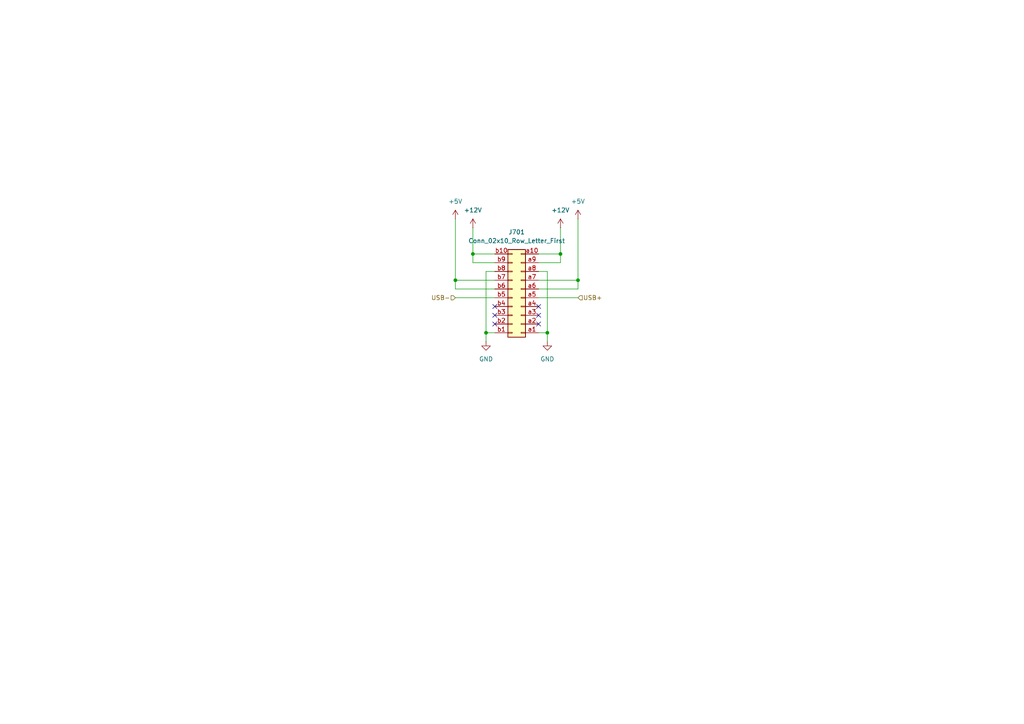
<source format=kicad_sch>
(kicad_sch (version 20250114) (generator "eeschema") (generator_version "9.0")
  (paper "A4")
  (title_block (rev "<<HASH>>") (company "Amateurfunkclub für Remote Stationen"))
  (lib_symbols
    (symbol "Connector_Generic:Conn_02x10_Row_Letter_First" (pin_names (offset 1.016) (hide yes))
      (property "Reference" "J" (at 1.27 12.7 0))
      (property "Value" "Conn_02x10_Row_Letter_First" (at 1.27 -15.24 0))
      (symbol "Conn_02x10_Row_Letter_First_1_1"
        (rectangle (start -1.27 11.43) (end 3.81 -13.97) (stroke (width 0.254)) (fill (type background)))
        (rectangle (start -1.27 10.287) (end 0 10.033) (stroke (width 0.1524)))
        (rectangle (start -1.27 7.747) (end 0 7.493) (stroke (width 0.1524)))
        (rectangle (start -1.27 5.207) (end 0 4.953) (stroke (width 0.1524)))
        (rectangle (start -1.27 2.667) (end 0 2.413) (stroke (width 0.1524)))
        (rectangle (start -1.27 0.127) (end 0 -0.127) (stroke (width 0.1524)))
        (rectangle (start -1.27 -2.413) (end 0 -2.667) (stroke (width 0.1524)))
        (rectangle (start -1.27 -4.953) (end 0 -5.207) (stroke (width 0.1524)))
        (rectangle (start -1.27 -7.493) (end 0 -7.747) (stroke (width 0.1524)))
        (rectangle (start -1.27 -10.033) (end 0 -10.287) (stroke (width 0.1524)))
        (rectangle (start -1.27 -12.573) (end 0 -12.827) (stroke (width 0.1524)))
        (rectangle (start 3.81 10.287) (end 2.54 10.033) (stroke (width 0.1524)))
        (rectangle (start 3.81 7.747) (end 2.54 7.493) (stroke (width 0.1524)))
        (rectangle (start 3.81 5.207) (end 2.54 4.953) (stroke (width 0.1524)))
        (rectangle (start 3.81 2.667) (end 2.54 2.413) (stroke (width 0.1524)))
        (rectangle (start 3.81 0.127) (end 2.54 -0.127) (stroke (width 0.1524)))
        (rectangle (start 3.81 -2.413) (end 2.54 -2.667) (stroke (width 0.1524)))
        (rectangle (start 3.81 -4.953) (end 2.54 -5.207) (stroke (width 0.1524)))
        (rectangle (start 3.81 -7.493) (end 2.54 -7.747) (stroke (width 0.1524)))
        (rectangle (start 3.81 -10.033) (end 2.54 -10.287) (stroke (width 0.1524)))
        (rectangle (start 3.81 -12.573) (end 2.54 -12.827) (stroke (width 0.1524)))
        (pin passive line (at -5.08 10.16 0) (length 3.81) (name "Pin_a1") (number "a1"))
        (pin passive line (at -5.08 7.62 0) (length 3.81) (name "Pin_a2") (number "a2"))
        (pin passive line (at -5.08 5.08 0) (length 3.81) (name "Pin_a3") (number "a3"))
        (pin passive line (at -5.08 2.54 0) (length 3.81) (name "Pin_a4") (number "a4"))
        (pin passive line (at -5.08 0 0) (length 3.81) (name "Pin_a5") (number "a5"))
        (pin passive line (at -5.08 -2.54 0) (length 3.81) (name "Pin_a6") (number "a6"))
        (pin passive line (at -5.08 -5.08 0) (length 3.81) (name "Pin_a7") (number "a7"))
        (pin passive line (at -5.08 -7.62 0) (length 3.81) (name "Pin_a8") (number "a8"))
        (pin passive line (at -5.08 -10.16 0) (length 3.81) (name "Pin_a9") (number "a9"))
        (pin passive line (at -5.08 -12.7 0) (length 3.81) (name "Pin_a10") (number "a10"))
        (pin passive line (at 7.62 10.16 180) (length 3.81) (name "Pin_b1") (number "b1"))
        (pin passive line (at 7.62 7.62 180) (length 3.81) (name "Pin_b2") (number "b2"))
        (pin passive line (at 7.62 5.08 180) (length 3.81) (name "Pin_b3") (number "b3"))
        (pin passive line (at 7.62 2.54 180) (length 3.81) (name "Pin_b4") (number "b4"))
        (pin passive line (at 7.62 0 180) (length 3.81) (name "Pin_b5") (number "b5"))
        (pin passive line (at 7.62 -2.54 180) (length 3.81) (name "Pin_b6") (number "b6"))
        (pin passive line (at 7.62 -5.08 180) (length 3.81) (name "Pin_b7") (number "b7"))
        (pin passive line (at 7.62 -7.62 180) (length 3.81) (name "Pin_b8") (number "b8"))
        (pin passive line (at 7.62 -10.16 180) (length 3.81) (name "Pin_b9") (number "b9"))
        (pin passive line (at 7.62 -12.7 180) (length 3.81) (name "Pin_b10") (number "b10"))
      )
    )
    (symbol "power:+12V" (power) (pin_numbers (hide yes)) (pin_names (offset 0) (hide yes))
      (property "Value" "+12V" (at 0 3.556 0))
      (symbol "+12V_0_1"
        (polyline (pts (xy -0.762 1.27) (xy 0 2.54)))
        (polyline (pts (xy 0 2.54) (xy 0.762 1.27)))
        (polyline (pts (xy 0 0) (xy 0 2.54)))
      )
      (symbol "+12V_1_1"
        (pin power_in line (at 0 0 90) (length 0) (name "~") (number "1"))
      )
    )
    (symbol "power:+5V" (power) (pin_numbers (hide yes)) (pin_names (offset 0) (hide yes))
      (property "Value" "+5V" (at 0 3.556 0))
      (symbol "+5V_0_1"
        (polyline (pts (xy -0.762 1.27) (xy 0 2.54)))
        (polyline (pts (xy 0 2.54) (xy 0.762 1.27)))
        (polyline (pts (xy 0 0) (xy 0 2.54)))
      )
      (symbol "+5V_1_1"
        (pin power_in line (at 0 0 90) (length 0) (name "~") (number "1"))
      )
    )
    (symbol "power:GND" (power) (pin_numbers (hide yes)) (pin_names (offset 0) (hide yes))
      (property "Value" "GND" (at 0 -3.81 0))
      (symbol "GND_0_1"
        (polyline (pts (xy 0 0) (xy 0 -1.27) (xy 1.27 -1.27) (xy 0 -2.54) (xy -1.27 -1.27) (xy 0 -1.27)))
      )
      (symbol "GND_1_1"
        (pin power_in line (at 0 0 270) (length 0) (name "~") (number "1"))
      )
    )
  )
  (junction (at 132.08 81.28))
  (junction (at 158.75 96.52))
  (junction (at 140.97 96.52))
  (junction (at 162.56 73.66))
  (junction (at 137.16 73.66))
  (junction (at 167.64 81.28))
  (no_connect (at 143.51 93.98))
  (no_connect (at 156.21 93.98))
  (no_connect (at 156.21 88.9))
  (no_connect (at 156.21 91.44))
  (no_connect (at 143.51 91.44))
  (no_connect (at 143.51 88.9))
  (wire (pts (xy 140.97 78.74) (xy 140.97 96.52)))
  (wire (pts (xy 132.08 83.82) (xy 132.08 81.28)))
  (wire (pts (xy 143.51 96.52) (xy 140.97 96.52)))
  (wire (pts (xy 156.21 86.36) (xy 167.64 86.36)))
  (wire (pts (xy 143.51 81.28) (xy 132.08 81.28)))
  (wire (pts (xy 143.51 73.66) (xy 137.16 73.66)))
  (wire (pts (xy 158.75 96.52) (xy 158.75 99.06)))
  (wire (pts (xy 143.51 83.82) (xy 132.08 83.82)))
  (wire (pts (xy 140.97 96.52) (xy 140.97 99.06)))
  (wire (pts (xy 167.64 83.82) (xy 167.64 81.28)))
  (wire (pts (xy 132.08 86.36) (xy 143.51 86.36)))
  (wire (pts (xy 162.56 76.2) (xy 162.56 73.66)))
  (wire (pts (xy 156.21 83.82) (xy 167.64 83.82)))
  (wire (pts (xy 167.64 81.28) (xy 167.64 63.5)))
  (wire (pts (xy 132.08 81.28) (xy 132.08 63.5)))
  (wire (pts (xy 156.21 73.66) (xy 162.56 73.66)))
  (wire (pts (xy 156.21 81.28) (xy 167.64 81.28)))
  (wire (pts (xy 156.21 76.2) (xy 162.56 76.2)))
  (wire (pts (xy 156.21 78.74) (xy 158.75 78.74)))
  (wire (pts (xy 143.51 78.74) (xy 140.97 78.74)))
  (wire (pts (xy 156.21 96.52) (xy 158.75 96.52)))
  (wire (pts (xy 162.56 73.66) (xy 162.56 66.04)))
  (wire (pts (xy 158.75 78.74) (xy 158.75 96.52)))
  (wire (pts (xy 137.16 76.2) (xy 137.16 73.66)))
  (wire (pts (xy 143.51 76.2) (xy 137.16 76.2)))
  (wire (pts (xy 137.16 73.66) (xy 137.16 66.04)))
  (hierarchical_label "USB+" (shape input) (at 167.64 86.36 0))
  (hierarchical_label "USB-" (shape input) (at 132.08 86.36 180))
  (symbol (lib_id "power:+12V") (at 162.56 66.04 0) (unit 1)
    (property "Reference" "#PWR0405" (effects (hide yes)))
    (property "Value" "+12V" (at 162.56 60.96 0))
    (property "Description" "Power symbol creates a global label with name \"+12V\"" (effects (hide yes)))
    (instances (project "bus" (path "" (reference "#PWR0705") (unit 1)) (path "" (reference "#PWR0605") (unit 1)) (path "" (reference "#PWR0505") (unit 1)) (path "" (reference "#PWR0405") (unit 1))))
  )
  (symbol (lib_id "power:GND") (at 140.97 99.06 0) (unit 1)
    (property "Reference" "#PWR0403" (effects (hide yes)))
    (property "Value" "GND" (at 140.97 104.14 0))
    (property "Description" "Power symbol creates a global label with name \"GND\" , ground" (effects (hide yes)))
    (instances (project "bus" (path "" (reference "#PWR0703") (unit 1)) (path "" (reference "#PWR0603") (unit 1)) (path "" (reference "#PWR0503") (unit 1)) (path "" (reference "#PWR0403") (unit 1))))
  )
  (symbol (lib_id "power:GND") (at 158.75 99.06 0) (unit 1)
    (property "Reference" "#PWR0404" (effects (hide yes)))
    (property "Value" "GND" (at 158.75 104.14 0))
    (property "Description" "Power symbol creates a global label with name \"GND\" , ground" (effects (hide yes)))
    (instances (project "bus" (path "" (reference "#PWR0704") (unit 1)) (path "" (reference "#PWR0604") (unit 1)) (path "" (reference "#PWR0504") (unit 1)) (path "" (reference "#PWR0404") (unit 1))))
  )
  (symbol (lib_id "power:+5V") (at 167.64 63.5 0) (unit 1)
    (property "Reference" "#PWR0406" (effects (hide yes)))
    (property "Value" "+5V" (at 167.64 58.42 0))
    (property "Description" "Power symbol creates a global label with name \"+5V\"" (effects (hide yes)))
    (instances (project "bus" (path "" (reference "#PWR0706") (unit 1)) (path "" (reference "#PWR0606") (unit 1)) (path "" (reference "#PWR0506") (unit 1)) (path "" (reference "#PWR0406") (unit 1))))
  )
  (symbol (lib_id "Connector_Generic:Conn_02x10_Row_Letter_First") (at 151.13 86.36 180) (unit 1)
    (property "Reference" "J401" (at 149.86 67.31 0))
    (property "Value" "Conn_02x10_Row_Letter_First" (at 149.86 69.85 0))
    (property "Footprint" "PRJ:PCN10-20P-2.54DSA" (effects (hide yes)))
    (property "Description" "Generic connector, double row, 02x10, row letter first pin numbering scheme (pin number consists of a letter for the row and a number for the pin index in this row. a1, ..., aN; b1, ..., bN), script generated (kicad-library-utils/schlib/autogen/connector/)" (effects (hide yes)))
    (instances (project "bus" (path "" (reference "J701") (unit 1)) (path "" (reference "J601") (unit 1)) (path "" (reference "J501") (unit 1)) (path "" (reference "J401") (unit 1))))
  )
  (symbol (lib_id "power:+12V") (at 137.16 66.04 0) (unit 1)
    (property "Reference" "#PWR0402" (effects (hide yes)))
    (property "Value" "+12V" (at 137.16 60.96 0))
    (property "Description" "Power symbol creates a global label with name \"+12V\"" (effects (hide yes)))
    (instances (project "bus" (path "" (reference "#PWR0702") (unit 1)) (path "" (reference "#PWR0602") (unit 1)) (path "" (reference "#PWR0502") (unit 1)) (path "" (reference "#PWR0402") (unit 1))))
  )
  (symbol (lib_id "power:+5V") (at 132.08 63.5 0) (unit 1)
    (property "Reference" "#PWR0401" (effects (hide yes)))
    (property "Value" "+5V" (at 132.08 58.42 0))
    (property "Description" "Power symbol creates a global label with name \"+5V\"" (effects (hide yes)))
    (instances (project "bus" (path "" (reference "#PWR0701") (unit 1)) (path "" (reference "#PWR0601") (unit 1)) (path "" (reference "#PWR0501") (unit 1)) (path "" (reference "#PWR0401") (unit 1))))
  )
)
</source>
